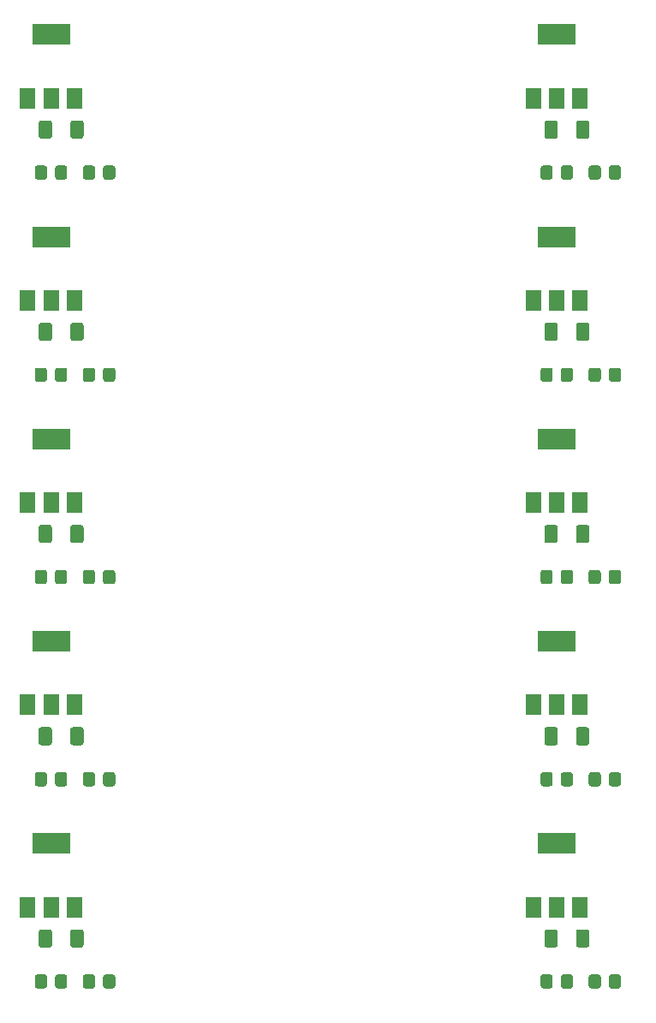
<source format=gbr>
%TF.GenerationSoftware,KiCad,Pcbnew,(5.1.9)-1*%
%TF.CreationDate,2021-09-18T19:38:26+02:00*%
%TF.ProjectId,IM350_AM550_5V_V4.0_multi,494d3335-305f-4414-9d35-35305f35565f,rev?*%
%TF.SameCoordinates,Original*%
%TF.FileFunction,Paste,Bot*%
%TF.FilePolarity,Positive*%
%FSLAX46Y46*%
G04 Gerber Fmt 4.6, Leading zero omitted, Abs format (unit mm)*
G04 Created by KiCad (PCBNEW (5.1.9)-1) date 2021-09-18 19:38:26*
%MOMM*%
%LPD*%
G01*
G04 APERTURE LIST*
%ADD10R,3.800000X2.000000*%
%ADD11R,1.500000X2.000000*%
G04 APERTURE END LIST*
%TO.C,R5*%
G36*
G01*
X165650000Y-136700001D02*
X165650000Y-135799999D01*
G75*
G02*
X165899999Y-135550000I249999J0D01*
G01*
X166600001Y-135550000D01*
G75*
G02*
X166850000Y-135799999I0J-249999D01*
G01*
X166850000Y-136700001D01*
G75*
G02*
X166600001Y-136950000I-249999J0D01*
G01*
X165899999Y-136950000D01*
G75*
G02*
X165650000Y-136700001I0J249999D01*
G01*
G37*
G36*
G01*
X167650000Y-136700001D02*
X167650000Y-135799999D01*
G75*
G02*
X167899999Y-135550000I249999J0D01*
G01*
X168600001Y-135550000D01*
G75*
G02*
X168850000Y-135799999I0J-249999D01*
G01*
X168850000Y-136700001D01*
G75*
G02*
X168600001Y-136950000I-249999J0D01*
G01*
X167899999Y-136950000D01*
G75*
G02*
X167650000Y-136700001I0J249999D01*
G01*
G37*
%TD*%
%TO.C,C1*%
G36*
G01*
X111275000Y-132650001D02*
X111275000Y-131349999D01*
G75*
G02*
X111524999Y-131100000I249999J0D01*
G01*
X112350001Y-131100000D01*
G75*
G02*
X112600000Y-131349999I0J-249999D01*
G01*
X112600000Y-132650001D01*
G75*
G02*
X112350001Y-132900000I-249999J0D01*
G01*
X111524999Y-132900000D01*
G75*
G02*
X111275000Y-132650001I0J249999D01*
G01*
G37*
G36*
G01*
X114400000Y-132650001D02*
X114400000Y-131349999D01*
G75*
G02*
X114649999Y-131100000I249999J0D01*
G01*
X115475001Y-131100000D01*
G75*
G02*
X115725000Y-131349999I0J-249999D01*
G01*
X115725000Y-132650001D01*
G75*
G02*
X115475001Y-132900000I-249999J0D01*
G01*
X114649999Y-132900000D01*
G75*
G02*
X114400000Y-132650001I0J249999D01*
G01*
G37*
%TD*%
D10*
%TO.C,U1*%
X112500000Y-122600000D03*
D11*
X112500000Y-128900000D03*
X110200000Y-128900000D03*
X114800000Y-128900000D03*
%TD*%
%TO.C,R3*%
G36*
G01*
X162900000Y-136700001D02*
X162900000Y-135799999D01*
G75*
G02*
X163149999Y-135550000I249999J0D01*
G01*
X163850001Y-135550000D01*
G75*
G02*
X164100000Y-135799999I0J-249999D01*
G01*
X164100000Y-136700001D01*
G75*
G02*
X163850001Y-136950000I-249999J0D01*
G01*
X163149999Y-136950000D01*
G75*
G02*
X162900000Y-136700001I0J249999D01*
G01*
G37*
G36*
G01*
X160900000Y-136700001D02*
X160900000Y-135799999D01*
G75*
G02*
X161149999Y-135550000I249999J0D01*
G01*
X161850001Y-135550000D01*
G75*
G02*
X162100000Y-135799999I0J-249999D01*
G01*
X162100000Y-136700001D01*
G75*
G02*
X161850001Y-136950000I-249999J0D01*
G01*
X161149999Y-136950000D01*
G75*
G02*
X160900000Y-136700001I0J249999D01*
G01*
G37*
%TD*%
%TO.C,U1*%
X164800000Y-128900000D03*
X160200000Y-128900000D03*
X162500000Y-128900000D03*
D10*
X162500000Y-122600000D03*
%TD*%
%TO.C,R3*%
G36*
G01*
X110900000Y-136700001D02*
X110900000Y-135799999D01*
G75*
G02*
X111149999Y-135550000I249999J0D01*
G01*
X111850001Y-135550000D01*
G75*
G02*
X112100000Y-135799999I0J-249999D01*
G01*
X112100000Y-136700001D01*
G75*
G02*
X111850001Y-136950000I-249999J0D01*
G01*
X111149999Y-136950000D01*
G75*
G02*
X110900000Y-136700001I0J249999D01*
G01*
G37*
G36*
G01*
X112900000Y-136700001D02*
X112900000Y-135799999D01*
G75*
G02*
X113149999Y-135550000I249999J0D01*
G01*
X113850001Y-135550000D01*
G75*
G02*
X114100000Y-135799999I0J-249999D01*
G01*
X114100000Y-136700001D01*
G75*
G02*
X113850001Y-136950000I-249999J0D01*
G01*
X113149999Y-136950000D01*
G75*
G02*
X112900000Y-136700001I0J249999D01*
G01*
G37*
%TD*%
%TO.C,C1*%
G36*
G01*
X164400000Y-132650001D02*
X164400000Y-131349999D01*
G75*
G02*
X164649999Y-131100000I249999J0D01*
G01*
X165475001Y-131100000D01*
G75*
G02*
X165725000Y-131349999I0J-249999D01*
G01*
X165725000Y-132650001D01*
G75*
G02*
X165475001Y-132900000I-249999J0D01*
G01*
X164649999Y-132900000D01*
G75*
G02*
X164400000Y-132650001I0J249999D01*
G01*
G37*
G36*
G01*
X161275000Y-132650001D02*
X161275000Y-131349999D01*
G75*
G02*
X161524999Y-131100000I249999J0D01*
G01*
X162350001Y-131100000D01*
G75*
G02*
X162600000Y-131349999I0J-249999D01*
G01*
X162600000Y-132650001D01*
G75*
G02*
X162350001Y-132900000I-249999J0D01*
G01*
X161524999Y-132900000D01*
G75*
G02*
X161275000Y-132650001I0J249999D01*
G01*
G37*
%TD*%
%TO.C,R5*%
G36*
G01*
X117650000Y-136700001D02*
X117650000Y-135799999D01*
G75*
G02*
X117899999Y-135550000I249999J0D01*
G01*
X118600001Y-135550000D01*
G75*
G02*
X118850000Y-135799999I0J-249999D01*
G01*
X118850000Y-136700001D01*
G75*
G02*
X118600001Y-136950000I-249999J0D01*
G01*
X117899999Y-136950000D01*
G75*
G02*
X117650000Y-136700001I0J249999D01*
G01*
G37*
G36*
G01*
X115650000Y-136700001D02*
X115650000Y-135799999D01*
G75*
G02*
X115899999Y-135550000I249999J0D01*
G01*
X116600001Y-135550000D01*
G75*
G02*
X116850000Y-135799999I0J-249999D01*
G01*
X116850000Y-136700001D01*
G75*
G02*
X116600001Y-136950000I-249999J0D01*
G01*
X115899999Y-136950000D01*
G75*
G02*
X115650000Y-136700001I0J249999D01*
G01*
G37*
%TD*%
%TO.C,R5*%
G36*
G01*
X115650000Y-116700001D02*
X115650000Y-115799999D01*
G75*
G02*
X115899999Y-115550000I249999J0D01*
G01*
X116600001Y-115550000D01*
G75*
G02*
X116850000Y-115799999I0J-249999D01*
G01*
X116850000Y-116700001D01*
G75*
G02*
X116600001Y-116950000I-249999J0D01*
G01*
X115899999Y-116950000D01*
G75*
G02*
X115650000Y-116700001I0J249999D01*
G01*
G37*
G36*
G01*
X117650000Y-116700001D02*
X117650000Y-115799999D01*
G75*
G02*
X117899999Y-115550000I249999J0D01*
G01*
X118600001Y-115550000D01*
G75*
G02*
X118850000Y-115799999I0J-249999D01*
G01*
X118850000Y-116700001D01*
G75*
G02*
X118600001Y-116950000I-249999J0D01*
G01*
X117899999Y-116950000D01*
G75*
G02*
X117650000Y-116700001I0J249999D01*
G01*
G37*
%TD*%
%TO.C,C1*%
G36*
G01*
X161275000Y-112650001D02*
X161275000Y-111349999D01*
G75*
G02*
X161524999Y-111100000I249999J0D01*
G01*
X162350001Y-111100000D01*
G75*
G02*
X162600000Y-111349999I0J-249999D01*
G01*
X162600000Y-112650001D01*
G75*
G02*
X162350001Y-112900000I-249999J0D01*
G01*
X161524999Y-112900000D01*
G75*
G02*
X161275000Y-112650001I0J249999D01*
G01*
G37*
G36*
G01*
X164400000Y-112650001D02*
X164400000Y-111349999D01*
G75*
G02*
X164649999Y-111100000I249999J0D01*
G01*
X165475001Y-111100000D01*
G75*
G02*
X165725000Y-111349999I0J-249999D01*
G01*
X165725000Y-112650001D01*
G75*
G02*
X165475001Y-112900000I-249999J0D01*
G01*
X164649999Y-112900000D01*
G75*
G02*
X164400000Y-112650001I0J249999D01*
G01*
G37*
%TD*%
%TO.C,U1*%
X162500000Y-102600000D03*
D11*
X162500000Y-108900000D03*
X160200000Y-108900000D03*
X164800000Y-108900000D03*
%TD*%
%TO.C,R3*%
G36*
G01*
X112900000Y-116700001D02*
X112900000Y-115799999D01*
G75*
G02*
X113149999Y-115550000I249999J0D01*
G01*
X113850001Y-115550000D01*
G75*
G02*
X114100000Y-115799999I0J-249999D01*
G01*
X114100000Y-116700001D01*
G75*
G02*
X113850001Y-116950000I-249999J0D01*
G01*
X113149999Y-116950000D01*
G75*
G02*
X112900000Y-116700001I0J249999D01*
G01*
G37*
G36*
G01*
X110900000Y-116700001D02*
X110900000Y-115799999D01*
G75*
G02*
X111149999Y-115550000I249999J0D01*
G01*
X111850001Y-115550000D01*
G75*
G02*
X112100000Y-115799999I0J-249999D01*
G01*
X112100000Y-116700001D01*
G75*
G02*
X111850001Y-116950000I-249999J0D01*
G01*
X111149999Y-116950000D01*
G75*
G02*
X110900000Y-116700001I0J249999D01*
G01*
G37*
%TD*%
%TO.C,U1*%
X114800000Y-108900000D03*
X110200000Y-108900000D03*
X112500000Y-108900000D03*
D10*
X112500000Y-102600000D03*
%TD*%
%TO.C,R3*%
G36*
G01*
X160900000Y-116700001D02*
X160900000Y-115799999D01*
G75*
G02*
X161149999Y-115550000I249999J0D01*
G01*
X161850001Y-115550000D01*
G75*
G02*
X162100000Y-115799999I0J-249999D01*
G01*
X162100000Y-116700001D01*
G75*
G02*
X161850001Y-116950000I-249999J0D01*
G01*
X161149999Y-116950000D01*
G75*
G02*
X160900000Y-116700001I0J249999D01*
G01*
G37*
G36*
G01*
X162900000Y-116700001D02*
X162900000Y-115799999D01*
G75*
G02*
X163149999Y-115550000I249999J0D01*
G01*
X163850001Y-115550000D01*
G75*
G02*
X164100000Y-115799999I0J-249999D01*
G01*
X164100000Y-116700001D01*
G75*
G02*
X163850001Y-116950000I-249999J0D01*
G01*
X163149999Y-116950000D01*
G75*
G02*
X162900000Y-116700001I0J249999D01*
G01*
G37*
%TD*%
%TO.C,C1*%
G36*
G01*
X114400000Y-112650001D02*
X114400000Y-111349999D01*
G75*
G02*
X114649999Y-111100000I249999J0D01*
G01*
X115475001Y-111100000D01*
G75*
G02*
X115725000Y-111349999I0J-249999D01*
G01*
X115725000Y-112650001D01*
G75*
G02*
X115475001Y-112900000I-249999J0D01*
G01*
X114649999Y-112900000D01*
G75*
G02*
X114400000Y-112650001I0J249999D01*
G01*
G37*
G36*
G01*
X111275000Y-112650001D02*
X111275000Y-111349999D01*
G75*
G02*
X111524999Y-111100000I249999J0D01*
G01*
X112350001Y-111100000D01*
G75*
G02*
X112600000Y-111349999I0J-249999D01*
G01*
X112600000Y-112650001D01*
G75*
G02*
X112350001Y-112900000I-249999J0D01*
G01*
X111524999Y-112900000D01*
G75*
G02*
X111275000Y-112650001I0J249999D01*
G01*
G37*
%TD*%
%TO.C,R5*%
G36*
G01*
X167650000Y-116700001D02*
X167650000Y-115799999D01*
G75*
G02*
X167899999Y-115550000I249999J0D01*
G01*
X168600001Y-115550000D01*
G75*
G02*
X168850000Y-115799999I0J-249999D01*
G01*
X168850000Y-116700001D01*
G75*
G02*
X168600001Y-116950000I-249999J0D01*
G01*
X167899999Y-116950000D01*
G75*
G02*
X167650000Y-116700001I0J249999D01*
G01*
G37*
G36*
G01*
X165650000Y-116700001D02*
X165650000Y-115799999D01*
G75*
G02*
X165899999Y-115550000I249999J0D01*
G01*
X166600001Y-115550000D01*
G75*
G02*
X166850000Y-115799999I0J-249999D01*
G01*
X166850000Y-116700001D01*
G75*
G02*
X166600001Y-116950000I-249999J0D01*
G01*
X165899999Y-116950000D01*
G75*
G02*
X165650000Y-116700001I0J249999D01*
G01*
G37*
%TD*%
%TO.C,R3*%
G36*
G01*
X162900000Y-96700001D02*
X162900000Y-95799999D01*
G75*
G02*
X163149999Y-95550000I249999J0D01*
G01*
X163850001Y-95550000D01*
G75*
G02*
X164100000Y-95799999I0J-249999D01*
G01*
X164100000Y-96700001D01*
G75*
G02*
X163850001Y-96950000I-249999J0D01*
G01*
X163149999Y-96950000D01*
G75*
G02*
X162900000Y-96700001I0J249999D01*
G01*
G37*
G36*
G01*
X160900000Y-96700001D02*
X160900000Y-95799999D01*
G75*
G02*
X161149999Y-95550000I249999J0D01*
G01*
X161850001Y-95550000D01*
G75*
G02*
X162100000Y-95799999I0J-249999D01*
G01*
X162100000Y-96700001D01*
G75*
G02*
X161850001Y-96950000I-249999J0D01*
G01*
X161149999Y-96950000D01*
G75*
G02*
X160900000Y-96700001I0J249999D01*
G01*
G37*
%TD*%
%TO.C,C1*%
G36*
G01*
X111275000Y-92650001D02*
X111275000Y-91349999D01*
G75*
G02*
X111524999Y-91100000I249999J0D01*
G01*
X112350001Y-91100000D01*
G75*
G02*
X112600000Y-91349999I0J-249999D01*
G01*
X112600000Y-92650001D01*
G75*
G02*
X112350001Y-92900000I-249999J0D01*
G01*
X111524999Y-92900000D01*
G75*
G02*
X111275000Y-92650001I0J249999D01*
G01*
G37*
G36*
G01*
X114400000Y-92650001D02*
X114400000Y-91349999D01*
G75*
G02*
X114649999Y-91100000I249999J0D01*
G01*
X115475001Y-91100000D01*
G75*
G02*
X115725000Y-91349999I0J-249999D01*
G01*
X115725000Y-92650001D01*
G75*
G02*
X115475001Y-92900000I-249999J0D01*
G01*
X114649999Y-92900000D01*
G75*
G02*
X114400000Y-92650001I0J249999D01*
G01*
G37*
%TD*%
%TO.C,R3*%
G36*
G01*
X110900000Y-96700001D02*
X110900000Y-95799999D01*
G75*
G02*
X111149999Y-95550000I249999J0D01*
G01*
X111850001Y-95550000D01*
G75*
G02*
X112100000Y-95799999I0J-249999D01*
G01*
X112100000Y-96700001D01*
G75*
G02*
X111850001Y-96950000I-249999J0D01*
G01*
X111149999Y-96950000D01*
G75*
G02*
X110900000Y-96700001I0J249999D01*
G01*
G37*
G36*
G01*
X112900000Y-96700001D02*
X112900000Y-95799999D01*
G75*
G02*
X113149999Y-95550000I249999J0D01*
G01*
X113850001Y-95550000D01*
G75*
G02*
X114100000Y-95799999I0J-249999D01*
G01*
X114100000Y-96700001D01*
G75*
G02*
X113850001Y-96950000I-249999J0D01*
G01*
X113149999Y-96950000D01*
G75*
G02*
X112900000Y-96700001I0J249999D01*
G01*
G37*
%TD*%
%TO.C,U1*%
X112500000Y-82600000D03*
D11*
X112500000Y-88900000D03*
X110200000Y-88900000D03*
X114800000Y-88900000D03*
%TD*%
%TO.C,R5*%
G36*
G01*
X117650000Y-96700001D02*
X117650000Y-95799999D01*
G75*
G02*
X117899999Y-95550000I249999J0D01*
G01*
X118600001Y-95550000D01*
G75*
G02*
X118850000Y-95799999I0J-249999D01*
G01*
X118850000Y-96700001D01*
G75*
G02*
X118600001Y-96950000I-249999J0D01*
G01*
X117899999Y-96950000D01*
G75*
G02*
X117650000Y-96700001I0J249999D01*
G01*
G37*
G36*
G01*
X115650000Y-96700001D02*
X115650000Y-95799999D01*
G75*
G02*
X115899999Y-95550000I249999J0D01*
G01*
X116600001Y-95550000D01*
G75*
G02*
X116850000Y-95799999I0J-249999D01*
G01*
X116850000Y-96700001D01*
G75*
G02*
X116600001Y-96950000I-249999J0D01*
G01*
X115899999Y-96950000D01*
G75*
G02*
X115650000Y-96700001I0J249999D01*
G01*
G37*
%TD*%
%TO.C,C1*%
G36*
G01*
X164400000Y-92650001D02*
X164400000Y-91349999D01*
G75*
G02*
X164649999Y-91100000I249999J0D01*
G01*
X165475001Y-91100000D01*
G75*
G02*
X165725000Y-91349999I0J-249999D01*
G01*
X165725000Y-92650001D01*
G75*
G02*
X165475001Y-92900000I-249999J0D01*
G01*
X164649999Y-92900000D01*
G75*
G02*
X164400000Y-92650001I0J249999D01*
G01*
G37*
G36*
G01*
X161275000Y-92650001D02*
X161275000Y-91349999D01*
G75*
G02*
X161524999Y-91100000I249999J0D01*
G01*
X162350001Y-91100000D01*
G75*
G02*
X162600000Y-91349999I0J-249999D01*
G01*
X162600000Y-92650001D01*
G75*
G02*
X162350001Y-92900000I-249999J0D01*
G01*
X161524999Y-92900000D01*
G75*
G02*
X161275000Y-92650001I0J249999D01*
G01*
G37*
%TD*%
%TO.C,U1*%
X164800000Y-88900000D03*
X160200000Y-88900000D03*
X162500000Y-88900000D03*
D10*
X162500000Y-82600000D03*
%TD*%
%TO.C,R5*%
G36*
G01*
X165650000Y-96700001D02*
X165650000Y-95799999D01*
G75*
G02*
X165899999Y-95550000I249999J0D01*
G01*
X166600001Y-95550000D01*
G75*
G02*
X166850000Y-95799999I0J-249999D01*
G01*
X166850000Y-96700001D01*
G75*
G02*
X166600001Y-96950000I-249999J0D01*
G01*
X165899999Y-96950000D01*
G75*
G02*
X165650000Y-96700001I0J249999D01*
G01*
G37*
G36*
G01*
X167650000Y-96700001D02*
X167650000Y-95799999D01*
G75*
G02*
X167899999Y-95550000I249999J0D01*
G01*
X168600001Y-95550000D01*
G75*
G02*
X168850000Y-95799999I0J-249999D01*
G01*
X168850000Y-96700001D01*
G75*
G02*
X168600001Y-96950000I-249999J0D01*
G01*
X167899999Y-96950000D01*
G75*
G02*
X167650000Y-96700001I0J249999D01*
G01*
G37*
%TD*%
D11*
%TO.C,U1*%
X114800000Y-68900000D03*
X110200000Y-68900000D03*
X112500000Y-68900000D03*
D10*
X112500000Y-62600000D03*
%TD*%
%TO.C,R5*%
G36*
G01*
X115650000Y-76700001D02*
X115650000Y-75799999D01*
G75*
G02*
X115899999Y-75550000I249999J0D01*
G01*
X116600001Y-75550000D01*
G75*
G02*
X116850000Y-75799999I0J-249999D01*
G01*
X116850000Y-76700001D01*
G75*
G02*
X116600001Y-76950000I-249999J0D01*
G01*
X115899999Y-76950000D01*
G75*
G02*
X115650000Y-76700001I0J249999D01*
G01*
G37*
G36*
G01*
X117650000Y-76700001D02*
X117650000Y-75799999D01*
G75*
G02*
X117899999Y-75550000I249999J0D01*
G01*
X118600001Y-75550000D01*
G75*
G02*
X118850000Y-75799999I0J-249999D01*
G01*
X118850000Y-76700001D01*
G75*
G02*
X118600001Y-76950000I-249999J0D01*
G01*
X117899999Y-76950000D01*
G75*
G02*
X117650000Y-76700001I0J249999D01*
G01*
G37*
%TD*%
%TO.C,C1*%
G36*
G01*
X114400000Y-72650001D02*
X114400000Y-71349999D01*
G75*
G02*
X114649999Y-71100000I249999J0D01*
G01*
X115475001Y-71100000D01*
G75*
G02*
X115725000Y-71349999I0J-249999D01*
G01*
X115725000Y-72650001D01*
G75*
G02*
X115475001Y-72900000I-249999J0D01*
G01*
X114649999Y-72900000D01*
G75*
G02*
X114400000Y-72650001I0J249999D01*
G01*
G37*
G36*
G01*
X111275000Y-72650001D02*
X111275000Y-71349999D01*
G75*
G02*
X111524999Y-71100000I249999J0D01*
G01*
X112350001Y-71100000D01*
G75*
G02*
X112600000Y-71349999I0J-249999D01*
G01*
X112600000Y-72650001D01*
G75*
G02*
X112350001Y-72900000I-249999J0D01*
G01*
X111524999Y-72900000D01*
G75*
G02*
X111275000Y-72650001I0J249999D01*
G01*
G37*
%TD*%
%TO.C,R3*%
G36*
G01*
X112900000Y-76700001D02*
X112900000Y-75799999D01*
G75*
G02*
X113149999Y-75550000I249999J0D01*
G01*
X113850001Y-75550000D01*
G75*
G02*
X114100000Y-75799999I0J-249999D01*
G01*
X114100000Y-76700001D01*
G75*
G02*
X113850001Y-76950000I-249999J0D01*
G01*
X113149999Y-76950000D01*
G75*
G02*
X112900000Y-76700001I0J249999D01*
G01*
G37*
G36*
G01*
X110900000Y-76700001D02*
X110900000Y-75799999D01*
G75*
G02*
X111149999Y-75550000I249999J0D01*
G01*
X111850001Y-75550000D01*
G75*
G02*
X112100000Y-75799999I0J-249999D01*
G01*
X112100000Y-76700001D01*
G75*
G02*
X111850001Y-76950000I-249999J0D01*
G01*
X111149999Y-76950000D01*
G75*
G02*
X110900000Y-76700001I0J249999D01*
G01*
G37*
%TD*%
%TO.C,R3*%
G36*
G01*
X160900000Y-76700001D02*
X160900000Y-75799999D01*
G75*
G02*
X161149999Y-75550000I249999J0D01*
G01*
X161850001Y-75550000D01*
G75*
G02*
X162100000Y-75799999I0J-249999D01*
G01*
X162100000Y-76700001D01*
G75*
G02*
X161850001Y-76950000I-249999J0D01*
G01*
X161149999Y-76950000D01*
G75*
G02*
X160900000Y-76700001I0J249999D01*
G01*
G37*
G36*
G01*
X162900000Y-76700001D02*
X162900000Y-75799999D01*
G75*
G02*
X163149999Y-75550000I249999J0D01*
G01*
X163850001Y-75550000D01*
G75*
G02*
X164100000Y-75799999I0J-249999D01*
G01*
X164100000Y-76700001D01*
G75*
G02*
X163850001Y-76950000I-249999J0D01*
G01*
X163149999Y-76950000D01*
G75*
G02*
X162900000Y-76700001I0J249999D01*
G01*
G37*
%TD*%
%TO.C,C1*%
G36*
G01*
X161275000Y-72650001D02*
X161275000Y-71349999D01*
G75*
G02*
X161524999Y-71100000I249999J0D01*
G01*
X162350001Y-71100000D01*
G75*
G02*
X162600000Y-71349999I0J-249999D01*
G01*
X162600000Y-72650001D01*
G75*
G02*
X162350001Y-72900000I-249999J0D01*
G01*
X161524999Y-72900000D01*
G75*
G02*
X161275000Y-72650001I0J249999D01*
G01*
G37*
G36*
G01*
X164400000Y-72650001D02*
X164400000Y-71349999D01*
G75*
G02*
X164649999Y-71100000I249999J0D01*
G01*
X165475001Y-71100000D01*
G75*
G02*
X165725000Y-71349999I0J-249999D01*
G01*
X165725000Y-72650001D01*
G75*
G02*
X165475001Y-72900000I-249999J0D01*
G01*
X164649999Y-72900000D01*
G75*
G02*
X164400000Y-72650001I0J249999D01*
G01*
G37*
%TD*%
%TO.C,U1*%
X162500000Y-62600000D03*
D11*
X162500000Y-68900000D03*
X160200000Y-68900000D03*
X164800000Y-68900000D03*
%TD*%
%TO.C,R5*%
G36*
G01*
X167650000Y-76700001D02*
X167650000Y-75799999D01*
G75*
G02*
X167899999Y-75550000I249999J0D01*
G01*
X168600001Y-75550000D01*
G75*
G02*
X168850000Y-75799999I0J-249999D01*
G01*
X168850000Y-76700001D01*
G75*
G02*
X168600001Y-76950000I-249999J0D01*
G01*
X167899999Y-76950000D01*
G75*
G02*
X167650000Y-76700001I0J249999D01*
G01*
G37*
G36*
G01*
X165650000Y-76700001D02*
X165650000Y-75799999D01*
G75*
G02*
X165899999Y-75550000I249999J0D01*
G01*
X166600001Y-75550000D01*
G75*
G02*
X166850000Y-75799999I0J-249999D01*
G01*
X166850000Y-76700001D01*
G75*
G02*
X166600001Y-76950000I-249999J0D01*
G01*
X165899999Y-76950000D01*
G75*
G02*
X165650000Y-76700001I0J249999D01*
G01*
G37*
%TD*%
%TO.C,U1*%
X164800000Y-48900000D03*
X160200000Y-48900000D03*
X162500000Y-48900000D03*
D10*
X162500000Y-42600000D03*
%TD*%
%TO.C,R5*%
G36*
G01*
X165650000Y-56700001D02*
X165650000Y-55799999D01*
G75*
G02*
X165899999Y-55550000I249999J0D01*
G01*
X166600001Y-55550000D01*
G75*
G02*
X166850000Y-55799999I0J-249999D01*
G01*
X166850000Y-56700001D01*
G75*
G02*
X166600001Y-56950000I-249999J0D01*
G01*
X165899999Y-56950000D01*
G75*
G02*
X165650000Y-56700001I0J249999D01*
G01*
G37*
G36*
G01*
X167650000Y-56700001D02*
X167650000Y-55799999D01*
G75*
G02*
X167899999Y-55550000I249999J0D01*
G01*
X168600001Y-55550000D01*
G75*
G02*
X168850000Y-55799999I0J-249999D01*
G01*
X168850000Y-56700001D01*
G75*
G02*
X168600001Y-56950000I-249999J0D01*
G01*
X167899999Y-56950000D01*
G75*
G02*
X167650000Y-56700001I0J249999D01*
G01*
G37*
%TD*%
%TO.C,C1*%
G36*
G01*
X164400000Y-52650001D02*
X164400000Y-51349999D01*
G75*
G02*
X164649999Y-51100000I249999J0D01*
G01*
X165475001Y-51100000D01*
G75*
G02*
X165725000Y-51349999I0J-249999D01*
G01*
X165725000Y-52650001D01*
G75*
G02*
X165475001Y-52900000I-249999J0D01*
G01*
X164649999Y-52900000D01*
G75*
G02*
X164400000Y-52650001I0J249999D01*
G01*
G37*
G36*
G01*
X161275000Y-52650001D02*
X161275000Y-51349999D01*
G75*
G02*
X161524999Y-51100000I249999J0D01*
G01*
X162350001Y-51100000D01*
G75*
G02*
X162600000Y-51349999I0J-249999D01*
G01*
X162600000Y-52650001D01*
G75*
G02*
X162350001Y-52900000I-249999J0D01*
G01*
X161524999Y-52900000D01*
G75*
G02*
X161275000Y-52650001I0J249999D01*
G01*
G37*
%TD*%
%TO.C,R3*%
G36*
G01*
X162900000Y-56700001D02*
X162900000Y-55799999D01*
G75*
G02*
X163149999Y-55550000I249999J0D01*
G01*
X163850001Y-55550000D01*
G75*
G02*
X164100000Y-55799999I0J-249999D01*
G01*
X164100000Y-56700001D01*
G75*
G02*
X163850001Y-56950000I-249999J0D01*
G01*
X163149999Y-56950000D01*
G75*
G02*
X162900000Y-56700001I0J249999D01*
G01*
G37*
G36*
G01*
X160900000Y-56700001D02*
X160900000Y-55799999D01*
G75*
G02*
X161149999Y-55550000I249999J0D01*
G01*
X161850001Y-55550000D01*
G75*
G02*
X162100000Y-55799999I0J-249999D01*
G01*
X162100000Y-56700001D01*
G75*
G02*
X161850001Y-56950000I-249999J0D01*
G01*
X161149999Y-56950000D01*
G75*
G02*
X160900000Y-56700001I0J249999D01*
G01*
G37*
%TD*%
%TO.C,C1*%
G36*
G01*
X111275000Y-52650001D02*
X111275000Y-51349999D01*
G75*
G02*
X111524999Y-51100000I249999J0D01*
G01*
X112350001Y-51100000D01*
G75*
G02*
X112600000Y-51349999I0J-249999D01*
G01*
X112600000Y-52650001D01*
G75*
G02*
X112350001Y-52900000I-249999J0D01*
G01*
X111524999Y-52900000D01*
G75*
G02*
X111275000Y-52650001I0J249999D01*
G01*
G37*
G36*
G01*
X114400000Y-52650001D02*
X114400000Y-51349999D01*
G75*
G02*
X114649999Y-51100000I249999J0D01*
G01*
X115475001Y-51100000D01*
G75*
G02*
X115725000Y-51349999I0J-249999D01*
G01*
X115725000Y-52650001D01*
G75*
G02*
X115475001Y-52900000I-249999J0D01*
G01*
X114649999Y-52900000D01*
G75*
G02*
X114400000Y-52650001I0J249999D01*
G01*
G37*
%TD*%
%TO.C,R3*%
G36*
G01*
X110900000Y-56700001D02*
X110900000Y-55799999D01*
G75*
G02*
X111149999Y-55550000I249999J0D01*
G01*
X111850001Y-55550000D01*
G75*
G02*
X112100000Y-55799999I0J-249999D01*
G01*
X112100000Y-56700001D01*
G75*
G02*
X111850001Y-56950000I-249999J0D01*
G01*
X111149999Y-56950000D01*
G75*
G02*
X110900000Y-56700001I0J249999D01*
G01*
G37*
G36*
G01*
X112900000Y-56700001D02*
X112900000Y-55799999D01*
G75*
G02*
X113149999Y-55550000I249999J0D01*
G01*
X113850001Y-55550000D01*
G75*
G02*
X114100000Y-55799999I0J-249999D01*
G01*
X114100000Y-56700001D01*
G75*
G02*
X113850001Y-56950000I-249999J0D01*
G01*
X113149999Y-56950000D01*
G75*
G02*
X112900000Y-56700001I0J249999D01*
G01*
G37*
%TD*%
%TO.C,R5*%
G36*
G01*
X117650000Y-56700001D02*
X117650000Y-55799999D01*
G75*
G02*
X117899999Y-55550000I249999J0D01*
G01*
X118600001Y-55550000D01*
G75*
G02*
X118850000Y-55799999I0J-249999D01*
G01*
X118850000Y-56700001D01*
G75*
G02*
X118600001Y-56950000I-249999J0D01*
G01*
X117899999Y-56950000D01*
G75*
G02*
X117650000Y-56700001I0J249999D01*
G01*
G37*
G36*
G01*
X115650000Y-56700001D02*
X115650000Y-55799999D01*
G75*
G02*
X115899999Y-55550000I249999J0D01*
G01*
X116600001Y-55550000D01*
G75*
G02*
X116850000Y-55799999I0J-249999D01*
G01*
X116850000Y-56700001D01*
G75*
G02*
X116600001Y-56950000I-249999J0D01*
G01*
X115899999Y-56950000D01*
G75*
G02*
X115650000Y-56700001I0J249999D01*
G01*
G37*
%TD*%
%TO.C,U1*%
X112500000Y-42600000D03*
D11*
X112500000Y-48900000D03*
X110200000Y-48900000D03*
X114800000Y-48900000D03*
%TD*%
M02*

</source>
